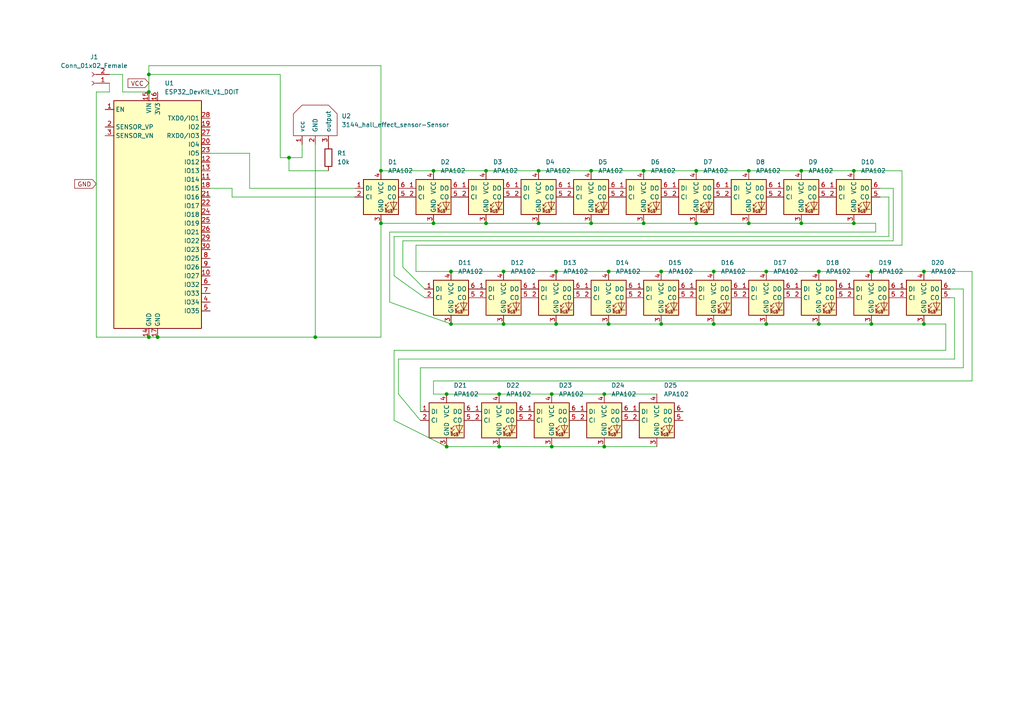
<source format=kicad_sch>
(kicad_sch (version 20211123) (generator eeschema)
  (paper "A4")
  (lib_symbols
    (symbol "Connector:Conn_01x02_Female" (pin_names (offset 1.016) hide)
      (property "Reference" "J" (at 0 2.54 0))
      (property "Value" "Conn_01x02_Female" (at 0 -5.08 0))
      (symbol "Conn_01x02_Female_1_1"
        (arc (start 0 -2.032) (mid -0.508 -2.54) (end 0 -3.048) (stroke (width 0.1524)))
        (polyline (pts (xy -1.27 -2.54) (xy -0.508 -2.54)) (stroke (width 0.1524)))
        (polyline (pts (xy -1.27 0) (xy -0.508 0)) (stroke (width 0.1524)))
        (arc (start 0 0.508) (mid -0.508 0) (end 0 -0.508) (stroke (width 0.1524)))
        (pin passive line (at -5.08 0 0) (length 3.81) (name "Pin_1") (number "1"))
        (pin passive line (at -5.08 -2.54 0) (length 3.81) (name "Pin_2") (number "2"))
      )
    )
    (symbol "Device:R" (pin_numbers hide) (pin_names (offset 0))
      (property "Reference" "R" (at 2.032 0 90))
      (property "Value" "R" (at 0 0 90))
      (symbol "R_0_1"
        (rectangle (start -1.016 -2.54) (end 1.016 2.54) (stroke (width 0.254)))
      )
      (symbol "R_1_1"
        (pin passive line (at 0 3.81 270) (length 1.27) (name "~") (number "1"))
        (pin passive line (at 0 -3.81 90) (length 1.27) (name "~") (number "2"))
      )
    )
    (symbol "LED:APA102"
      (property "Reference" "D" (at 5.08 5.715 0))
      (property "Value" "APA102" (at 1.27 -5.715 0))
      (symbol "APA102_0_0"
        (text "RGB" (at 2.286 -4.191 0) (effects (font (size 0.762 0.762))))
      )
      (symbol "APA102_0_1"
        (polyline (pts (xy 1.27 -3.556) (xy 1.778 -3.556)))
        (polyline (pts (xy 1.27 -2.54) (xy 1.778 -2.54)))
        (polyline (pts (xy 4.699 -3.556) (xy 2.667 -3.556)))
        (polyline (pts (xy 2.286 -2.54) (xy 1.27 -3.556) (xy 1.27 -3.048)))
        (polyline (pts (xy 2.286 -1.524) (xy 1.27 -2.54) (xy 1.27 -2.032)))
        (polyline (pts (xy 3.683 -1.016) (xy 3.683 -3.556) (xy 3.683 -4.064)))
        (polyline (pts (xy 4.699 -1.524) (xy 2.667 -1.524) (xy 3.683 -3.556) (xy 4.699 -1.524)))
        (rectangle (start 5.08 5.08) (end -5.08 -5.08) (stroke (width 0.254)) (fill (type background)))
      )
      (symbol "APA102_1_1"
        (pin input line (at -7.62 2.54 0) (length 2.54) (name "DI") (number "1"))
        (pin input line (at -7.62 0 0) (length 2.54) (name "CI") (number "2"))
        (pin power_in line (at 0 -7.62 90) (length 2.54) (name "GND") (number "3"))
        (pin power_in line (at 0 7.62 270) (length 2.54) (name "VCC") (number "4"))
        (pin output line (at 7.62 0 180) (length 2.54) (name "CO") (number "5"))
        (pin output line (at 7.62 2.54 180) (length 2.54) (name "DO") (number "6"))
      )
    )
    (symbol "esp32_devkit:ESP32_DevKit_V1_DOIT"
      (property "Reference" "U" (at -11.43 34.29 0))
      (property "Value" "ESP32_DevKit_V1_DOIT" (at 11.43 34.29 0))
      (symbol "ESP32_DevKit_V1_DOIT_1_1"
        (rectangle (start -12.7 33.02) (end 12.7 -33.02) (stroke (width 0.254)) (fill (type background)))
        (pin input line (at -15.24 30.48 0) (length 2.54) (name "EN") (number "1"))
        (pin bidirectional line (at 15.24 -17.78 180) (length 2.54) (name "IO27") (number "10"))
        (pin bidirectional line (at 15.24 10.16 180) (length 2.54) (name "IO14") (number "11"))
        (pin bidirectional line (at 15.24 15.24 180) (length 2.54) (name "IO12") (number "12"))
        (pin bidirectional line (at 15.24 12.7 180) (length 2.54) (name "IO13") (number "13"))
        (pin power_in line (at -2.54 -35.56 90) (length 2.54) (name "GND") (number "14"))
        (pin power_in line (at -2.54 35.56 270) (length 2.54) (name "VIN") (number "15"))
        (pin power_in line (at 0 35.56 270) (length 2.54) (name "3V3") (number "16"))
        (pin power_in line (at 0 -35.56 90) (length 2.54) (name "GND") (number "17"))
        (pin bidirectional line (at 15.24 7.62 180) (length 2.54) (name "IO15") (number "18"))
        (pin bidirectional line (at 15.24 25.4 180) (length 2.54) (name "IO2") (number "19"))
        (pin input line (at -15.24 25.4 0) (length 2.54) (name "SENSOR_VP") (number "2"))
        (pin bidirectional line (at 15.24 20.32 180) (length 2.54) (name "IO4") (number "20"))
        (pin bidirectional line (at 15.24 5.08 180) (length 2.54) (name "IO16") (number "21"))
        (pin bidirectional line (at 15.24 2.54 180) (length 2.54) (name "IO17") (number "22"))
        (pin bidirectional line (at 15.24 17.78 180) (length 2.54) (name "IO5") (number "23"))
        (pin bidirectional line (at 15.24 0 180) (length 2.54) (name "IO18") (number "24"))
        (pin bidirectional line (at 15.24 -2.54 180) (length 2.54) (name "IO19") (number "25"))
        (pin bidirectional line (at 15.24 -5.08 180) (length 2.54) (name "IO21") (number "26"))
        (pin bidirectional line (at 15.24 22.86 180) (length 2.54) (name "RXD0/IO3") (number "27"))
        (pin bidirectional line (at 15.24 27.94 180) (length 2.54) (name "TXD0/IO1") (number "28"))
        (pin bidirectional line (at 15.24 -7.62 180) (length 2.54) (name "IO22") (number "29"))
        (pin input line (at -15.24 22.86 0) (length 2.54) (name "SENSOR_VN") (number "3"))
        (pin bidirectional line (at 15.24 -10.16 180) (length 2.54) (name "IO23") (number "30"))
        (pin input line (at 15.24 -25.4 180) (length 2.54) (name "IO34") (number "4"))
        (pin input line (at 15.24 -27.94 180) (length 2.54) (name "IO35") (number "5"))
        (pin bidirectional line (at 15.24 -20.32 180) (length 2.54) (name "IO32") (number "6"))
        (pin bidirectional line (at 15.24 -22.86 180) (length 2.54) (name "IO33") (number "7"))
        (pin bidirectional line (at 15.24 -12.7 180) (length 2.54) (name "IO25") (number "8"))
        (pin bidirectional line (at 15.24 -15.24 180) (length 2.54) (name "IO26") (number "9"))
      )
    )
    (symbol "fan pcb:3144_hall_effect_sensor-Sensor" (pin_names (offset 1.016))
      (property "Reference" "U" (at 0 0 0))
      (property "Value" "3144_hall_effect_sensor-Sensor" (at 0 0 0))
      (symbol "3144_hall_effect_sensor-Sensor_0_1"
        (polyline (pts (xy -8.89 -11.43) (xy 3.81 -11.43) (xy 3.81 -5.08) (xy 1.27 -2.54) (xy -6.35 -2.54) (xy -8.89 -5.08) (xy -8.89 -11.43)))
      )
      (symbol "3144_hall_effect_sensor-Sensor_1_1"
        (pin input line (at -6.35 -13.97 90) (length 2.54) (name "vcc") (number "1"))
        (pin input line (at -2.54 -13.97 90) (length 2.54) (name "GND") (number "2"))
        (pin output line (at 1.27 -13.97 90) (length 2.54) (name "output") (number "3"))
      )
    )
  )
  (junction (at 144.78 114.3))
  (junction (at 267.97 93.98))
  (junction (at 175.26 129.54))
  (junction (at 125.73 64.77))
  (junction (at 267.97 78.74))
  (junction (at 156.21 64.77))
  (junction (at 252.73 78.74))
  (junction (at 222.25 93.98))
  (junction (at 222.25 78.74))
  (junction (at 201.93 49.53))
  (junction (at 146.05 93.98))
  (junction (at 129.54 114.3))
  (junction (at 186.69 64.77))
  (junction (at 171.45 49.53))
  (junction (at 207.01 93.98))
  (junction (at 161.29 78.74))
  (junction (at 237.49 78.74))
  (junction (at 161.29 93.98))
  (junction (at 45.72 97.79))
  (junction (at 43.18 97.79))
  (junction (at 160.02 114.3))
  (junction (at 191.77 78.74))
  (junction (at 130.81 93.98))
  (junction (at 232.41 49.53))
  (junction (at 252.73 93.98))
  (junction (at 144.78 129.54))
  (junction (at 171.45 64.77))
  (junction (at 201.93 64.77))
  (junction (at 176.53 78.74))
  (junction (at 237.49 93.98))
  (junction (at 43.18 21.59))
  (junction (at 83.82 45.72))
  (junction (at 129.54 129.54))
  (junction (at 186.69 49.53))
  (junction (at 91.44 97.79))
  (junction (at 247.65 64.77))
  (junction (at 207.01 78.74))
  (junction (at 191.77 93.98))
  (junction (at 110.49 49.53))
  (junction (at 176.53 93.98))
  (junction (at 140.97 49.53))
  (junction (at 125.73 49.53))
  (junction (at 247.65 49.53))
  (junction (at 217.17 49.53))
  (junction (at 110.49 64.77))
  (junction (at 43.18 26.67))
  (junction (at 175.26 114.3))
  (junction (at 140.97 64.77))
  (junction (at 217.17 64.77))
  (junction (at 232.41 64.77))
  (junction (at 160.02 129.54))
  (junction (at 146.05 78.74))
  (junction (at 130.81 78.74))
  (junction (at 156.21 49.53))
  (wire (pts (xy 121.92 106.68) (xy 121.92 119.38)))
  (wire (pts (xy 257.81 57.15) (xy 257.81 68.58)))
  (wire (pts (xy 279.4 106.68) (xy 121.92 106.68)))
  (wire (pts (xy 161.29 78.74) (xy 176.53 78.74)))
  (wire (pts (xy 176.53 78.74) (xy 191.77 78.74)))
  (wire (pts (xy 171.45 49.53) (xy 156.21 49.53)))
  (wire (pts (xy 87.63 45.72) (xy 87.63 41.91)))
  (wire (pts (xy 130.81 93.98) (xy 146.05 93.98)))
  (wire (pts (xy 232.41 49.53) (xy 217.17 49.53)))
  (wire (pts (xy 116.84 77.47) (xy 123.19 83.82)))
  (wire (pts (xy 274.32 93.98) (xy 274.32 101.6)))
  (wire (pts (xy 113.03 87.63) (xy 130.81 93.98)))
  (wire (pts (xy 114.3 80.01) (xy 123.19 86.36)))
  (wire (pts (xy 222.25 93.98) (xy 237.49 93.98)))
  (wire (pts (xy 255.27 57.15) (xy 257.81 57.15)))
  (wire (pts (xy 252.73 93.98) (xy 267.97 93.98)))
  (wire (pts (xy 129.54 114.3) (xy 144.78 114.3)))
  (wire (pts (xy 274.32 101.6) (xy 114.3 101.6)))
  (wire (pts (xy 110.49 19.05) (xy 110.49 49.53)))
  (wire (pts (xy 281.94 110.49) (xy 125.73 110.49)))
  (wire (pts (xy 115.57 104.14) (xy 115.57 114.3)))
  (wire (pts (xy 275.59 86.36) (xy 276.86 86.36)))
  (wire (pts (xy 217.17 49.53) (xy 201.93 49.53)))
  (wire (pts (xy 125.73 49.53) (xy 110.49 49.53)))
  (wire (pts (xy 43.18 21.59) (xy 81.28 21.59)))
  (wire (pts (xy 247.65 64.77) (xy 254 64.77)))
  (wire (pts (xy 161.29 93.98) (xy 176.53 93.98)))
  (wire (pts (xy 110.49 63.5) (xy 110.49 64.77)))
  (wire (pts (xy 156.21 64.77) (xy 140.97 64.77)))
  (wire (pts (xy 276.86 104.14) (xy 115.57 104.14)))
  (wire (pts (xy 281.94 78.74) (xy 281.94 110.49)))
  (wire (pts (xy 91.44 41.91) (xy 91.44 97.79)))
  (wire (pts (xy 67.31 57.15) (xy 102.87 57.15)))
  (wire (pts (xy 31.75 21.59) (xy 35.56 21.59)))
  (wire (pts (xy 257.81 68.58) (xy 114.3 68.58)))
  (wire (pts (xy 259.08 69.85) (xy 116.84 69.85)))
  (wire (pts (xy 156.21 49.53) (xy 140.97 49.53)))
  (wire (pts (xy 146.05 78.74) (xy 161.29 78.74)))
  (wire (pts (xy 129.54 129.54) (xy 144.78 129.54)))
  (wire (pts (xy 31.75 26.67) (xy 31.75 24.13)))
  (wire (pts (xy 120.65 71.12) (xy 120.65 78.74)))
  (wire (pts (xy 35.56 26.67) (xy 43.18 26.67)))
  (wire (pts (xy 114.3 101.6) (xy 114.3 121.92)))
  (wire (pts (xy 175.26 129.54) (xy 190.5 129.54)))
  (wire (pts (xy 191.77 93.98) (xy 207.01 93.98)))
  (wire (pts (xy 254 64.77) (xy 254 67.31)))
  (wire (pts (xy 201.93 64.77) (xy 186.69 64.77)))
  (wire (pts (xy 186.69 64.77) (xy 171.45 64.77)))
  (wire (pts (xy 255.27 54.61) (xy 259.08 54.61)))
  (wire (pts (xy 91.44 97.79) (xy 110.49 97.79)))
  (wire (pts (xy 113.03 67.31) (xy 113.03 87.63)))
  (wire (pts (xy 261.62 71.12) (xy 120.65 71.12)))
  (wire (pts (xy 140.97 64.77) (xy 125.73 64.77)))
  (wire (pts (xy 115.57 114.3) (xy 121.92 121.92)))
  (wire (pts (xy 144.78 114.3) (xy 160.02 114.3)))
  (wire (pts (xy 171.45 64.77) (xy 156.21 64.77)))
  (wire (pts (xy 186.69 49.53) (xy 171.45 49.53)))
  (wire (pts (xy 201.93 49.53) (xy 186.69 49.53)))
  (wire (pts (xy 60.96 44.45) (xy 72.39 44.45)))
  (wire (pts (xy 237.49 78.74) (xy 252.73 78.74)))
  (wire (pts (xy 175.26 114.3) (xy 190.5 114.3)))
  (wire (pts (xy 114.3 68.58) (xy 114.3 80.01)))
  (wire (pts (xy 140.97 49.53) (xy 125.73 49.53)))
  (wire (pts (xy 35.56 21.59) (xy 35.56 26.67)))
  (wire (pts (xy 144.78 129.54) (xy 160.02 129.54)))
  (wire (pts (xy 191.77 78.74) (xy 207.01 78.74)))
  (wire (pts (xy 247.65 64.77) (xy 232.41 64.77)))
  (wire (pts (xy 27.94 26.67) (xy 31.75 26.67)))
  (wire (pts (xy 237.49 93.98) (xy 252.73 93.98)))
  (wire (pts (xy 27.94 97.79) (xy 27.94 26.67)))
  (wire (pts (xy 125.73 64.77) (xy 110.49 64.77)))
  (wire (pts (xy 43.18 97.79) (xy 27.94 97.79)))
  (wire (pts (xy 43.18 97.79) (xy 45.72 97.79)))
  (wire (pts (xy 176.53 93.98) (xy 191.77 93.98)))
  (wire (pts (xy 43.18 19.05) (xy 43.18 21.59)))
  (wire (pts (xy 81.28 45.72) (xy 83.82 45.72)))
  (wire (pts (xy 114.3 121.92) (xy 129.54 129.54)))
  (wire (pts (xy 160.02 114.3) (xy 175.26 114.3)))
  (wire (pts (xy 279.4 83.82) (xy 279.4 106.68)))
  (wire (pts (xy 207.01 93.98) (xy 222.25 93.98)))
  (wire (pts (xy 252.73 78.74) (xy 267.97 78.74)))
  (wire (pts (xy 222.25 78.74) (xy 237.49 78.74)))
  (wire (pts (xy 261.62 49.53) (xy 261.62 71.12)))
  (wire (pts (xy 125.73 114.3) (xy 129.54 114.3)))
  (wire (pts (xy 232.41 64.77) (xy 217.17 64.77)))
  (wire (pts (xy 81.28 21.59) (xy 81.28 45.72)))
  (wire (pts (xy 247.65 49.53) (xy 261.62 49.53)))
  (wire (pts (xy 254 67.31) (xy 113.03 67.31)))
  (wire (pts (xy 95.25 49.53) (xy 83.82 49.53)))
  (wire (pts (xy 72.39 54.61) (xy 102.87 54.61)))
  (wire (pts (xy 276.86 86.36) (xy 276.86 104.14)))
  (wire (pts (xy 267.97 93.98) (xy 274.32 93.98)))
  (wire (pts (xy 83.82 49.53) (xy 83.82 45.72)))
  (wire (pts (xy 146.05 93.98) (xy 161.29 93.98)))
  (wire (pts (xy 217.17 64.77) (xy 201.93 64.77)))
  (wire (pts (xy 275.59 83.82) (xy 279.4 83.82)))
  (wire (pts (xy 43.18 19.05) (xy 110.49 19.05)))
  (wire (pts (xy 247.65 49.53) (xy 232.41 49.53)))
  (wire (pts (xy 259.08 54.61) (xy 259.08 69.85)))
  (wire (pts (xy 116.84 69.85) (xy 116.84 77.47)))
  (wire (pts (xy 125.73 110.49) (xy 125.73 114.3)))
  (wire (pts (xy 45.72 97.79) (xy 91.44 97.79)))
  (wire (pts (xy 130.81 78.74) (xy 146.05 78.74)))
  (wire (pts (xy 267.97 78.74) (xy 281.94 78.74)))
  (wire (pts (xy 43.18 21.59) (xy 43.18 26.67)))
  (wire (pts (xy 160.02 129.54) (xy 175.26 129.54)))
  (wire (pts (xy 110.49 64.77) (xy 110.49 97.79)))
  (wire (pts (xy 72.39 44.45) (xy 72.39 54.61)))
  (wire (pts (xy 120.65 78.74) (xy 130.81 78.74)))
  (wire (pts (xy 207.01 78.74) (xy 222.25 78.74)))
  (wire (pts (xy 60.96 54.61) (xy 67.31 54.61)))
  (wire (pts (xy 67.31 54.61) (xy 67.31 57.15)))
  (wire (pts (xy 83.82 45.72) (xy 87.63 45.72)))
  (global_label "VCC" (shape input) (at 43.18 24.13 180) (property "Intersheet References" "${INTERSHEET_REFS}" (effects hide)))
  (global_label "GND" (shape input) (at 27.94 53.34 180) (property "Intersheet References" "${INTERSHEET_REFS}" (effects hide)))
  (symbol (lib_id "LED:APA102") (at 175.26 121.92 0) (unit 1)
    (property "Reference" "D24" (at 177.2794 111.76 0) (effects (justify left)))
    (property "Value" "APA102" (at 177.2794 114.3 0) (effects (justify left)))
    (property "Footprint" "LED_SMD:LED_RGB_5050-6" (effects hide))
    (property "Datasheet" "http://www.led-color.com/upload/201506/APA102%20LED.pdf" (effects hide))
  )
  (symbol (lib_id "LED:APA102") (at 247.65 57.15 0) (unit 1)
    (property "Reference" "D10" (at 249.6694 46.99 0) (effects (justify left)))
    (property "Value" "APA102" (at 249.6694 49.53 0) (effects (justify left)))
    (property "Footprint" "LED_SMD:LED_RGB_5050-6" (effects hide))
    (property "Datasheet" "http://www.led-color.com/upload/201506/APA102%20LED.pdf" (effects hide))
  )
  (symbol (lib_id "Device:R") (at 95.25 45.72 0) (unit 1)
    (property "Reference" "R1" (at 97.79 44.4499 0) (effects (justify left)))
    (property "Value" "10k" (at 97.79 46.9899 0) (effects (justify left)))
    (property "Footprint" "Resistor_SMD:R_0603_1608Metric" (effects hide))
  )
  (symbol (lib_id "LED:APA102") (at 110.49 57.15 0) (unit 1)
    (property "Reference" "D1" (at 112.5094 46.99 0) (effects (justify left)))
    (property "Value" "APA102" (at 112.5094 49.53 0) (effects (justify left)))
    (property "Footprint" "LED_SMD:LED_RGB_5050-6" (effects hide))
    (property "Datasheet" "http://www.led-color.com/upload/201506/APA102%20LED.pdf" (effects hide))
  )
  (symbol (lib_id "LED:APA102") (at 190.5 121.92 0) (unit 1)
    (property "Reference" "D25" (at 192.5194 111.76 0) (effects (justify left)))
    (property "Value" "APA102" (at 192.5194 114.3 0) (effects (justify left)))
    (property "Footprint" "LED_SMD:LED_RGB_5050-6" (effects hide))
    (property "Datasheet" "http://www.led-color.com/upload/201506/APA102%20LED.pdf" (effects hide))
  )
  (symbol (lib_id "LED:APA102") (at 252.73 86.36 0) (unit 1)
    (property "Reference" "D19" (at 254.7494 76.2 0) (effects (justify left)))
    (property "Value" "APA102" (at 254.7494 78.74 0) (effects (justify left)))
    (property "Footprint" "LED_SMD:LED_RGB_5050-6" (effects hide))
    (property "Datasheet" "http://www.led-color.com/upload/201506/APA102%20LED.pdf" (effects hide))
  )
  (symbol (lib_id "LED:APA102") (at 237.49 86.36 0) (unit 1)
    (property "Reference" "D18" (at 239.5094 76.2 0) (effects (justify left)))
    (property "Value" "APA102" (at 239.5094 78.74 0) (effects (justify left)))
    (property "Footprint" "LED_SMD:LED_RGB_5050-6" (effects hide))
    (property "Datasheet" "http://www.led-color.com/upload/201506/APA102%20LED.pdf" (effects hide))
  )
  (symbol (lib_id "LED:APA102") (at 156.21 57.15 0) (unit 1)
    (property "Reference" "D4" (at 158.2294 46.99 0) (effects (justify left)))
    (property "Value" "APA102" (at 158.2294 49.53 0) (effects (justify left)))
    (property "Footprint" "LED_SMD:LED_RGB_5050-6" (effects hide))
    (property "Datasheet" "http://www.led-color.com/upload/201506/APA102%20LED.pdf" (effects hide))
  )
  (symbol (lib_id "LED:APA102") (at 144.78 121.92 0) (unit 1)
    (property "Reference" "D22" (at 146.7994 111.76 0) (effects (justify left)))
    (property "Value" "APA102" (at 146.7994 114.3 0) (effects (justify left)))
    (property "Footprint" "LED_SMD:LED_RGB_5050-6" (effects hide))
    (property "Datasheet" "http://www.led-color.com/upload/201506/APA102%20LED.pdf" (effects hide))
  )
  (symbol (lib_id "LED:APA102") (at 176.53 86.36 0) (unit 1)
    (property "Reference" "D14" (at 178.5494 76.2 0) (effects (justify left)))
    (property "Value" "APA102" (at 178.5494 78.74 0) (effects (justify left)))
    (property "Footprint" "LED_SMD:LED_RGB_5050-6" (effects hide))
    (property "Datasheet" "http://www.led-color.com/upload/201506/APA102%20LED.pdf" (effects hide))
  )
  (symbol (lib_id "LED:APA102") (at 217.17 57.15 0) (unit 1)
    (property "Reference" "D8" (at 219.1894 46.99 0) (effects (justify left)))
    (property "Value" "APA102" (at 219.1894 49.53 0) (effects (justify left)))
    (property "Footprint" "LED_SMD:LED_RGB_5050-6" (effects hide))
    (property "Datasheet" "http://www.led-color.com/upload/201506/APA102%20LED.pdf" (effects hide))
  )
  (symbol (lib_id "LED:APA102") (at 130.81 86.36 0) (unit 1)
    (property "Reference" "D11" (at 132.8294 76.2 0) (effects (justify left)))
    (property "Value" "APA102" (at 132.8294 78.74 0) (effects (justify left)))
    (property "Footprint" "LED_SMD:LED_RGB_5050-6" (effects hide))
    (property "Datasheet" "http://www.led-color.com/upload/201506/APA102%20LED.pdf" (effects hide))
  )
  (symbol (lib_id "LED:APA102") (at 232.41 57.15 0) (unit 1)
    (property "Reference" "D9" (at 234.4294 46.99 0) (effects (justify left)))
    (property "Value" "APA102" (at 234.4294 49.53 0) (effects (justify left)))
    (property "Footprint" "LED_SMD:LED_RGB_5050-6" (effects hide))
    (property "Datasheet" "http://www.led-color.com/upload/201506/APA102%20LED.pdf" (effects hide))
  )
  (symbol (lib_id "LED:APA102") (at 129.54 121.92 0) (unit 1)
    (property "Reference" "D21" (at 131.5594 111.76 0) (effects (justify left)))
    (property "Value" "APA102" (at 131.5594 114.3 0) (effects (justify left)))
    (property "Footprint" "LED_SMD:LED_RGB_5050-6" (effects hide))
    (property "Datasheet" "http://www.led-color.com/upload/201506/APA102%20LED.pdf" (effects hide))
  )
  (symbol (lib_id "LED:APA102") (at 267.97 86.36 0) (unit 1)
    (property "Reference" "D20" (at 269.9894 76.2 0) (effects (justify left)))
    (property "Value" "APA102" (at 269.9894 78.74 0) (effects (justify left)))
    (property "Footprint" "LED_SMD:LED_RGB_5050-6" (effects hide))
    (property "Datasheet" "http://www.led-color.com/upload/201506/APA102%20LED.pdf" (effects hide))
  )
  (symbol (lib_id "esp32_devkit:ESP32_DevKit_V1_DOIT") (at 45.72 62.23 0) (unit 1)
    (property "Reference" "U1" (at 47.7394 24.13 0) (effects (justify left)))
    (property "Value" "ESP32_DevKit_V1_DOIT" (at 47.7394 26.67 0) (effects (justify left)))
    (property "Footprint" "ESP32_DevKit_V1_DOIT:esp32_devkit_v1_doit" (effects hide))
    (property "Datasheet" "https://aliexpress.com/item/32864722159.html" (effects hide))
  )
  (symbol (lib_id "LED:APA102") (at 146.05 86.36 0) (unit 1)
    (property "Reference" "D12" (at 148.0694 76.2 0) (effects (justify left)))
    (property "Value" "APA102" (at 148.0694 78.74 0) (effects (justify left)))
    (property "Footprint" "LED_SMD:LED_RGB_5050-6" (effects hide))
    (property "Datasheet" "http://www.led-color.com/upload/201506/APA102%20LED.pdf" (effects hide))
  )
  (symbol (lib_id "LED:APA102") (at 125.73 57.15 0) (unit 1)
    (property "Reference" "D2" (at 127.7494 46.99 0) (effects (justify left)))
    (property "Value" "APA102" (at 127.7494 49.53 0) (effects (justify left)))
    (property "Footprint" "LED_SMD:LED_RGB_5050-6" (effects hide))
    (property "Datasheet" "http://www.led-color.com/upload/201506/APA102%20LED.pdf" (effects hide))
  )
  (symbol (lib_id "LED:APA102") (at 171.45 57.15 0) (unit 1)
    (property "Reference" "D5" (at 173.4694 46.99 0) (effects (justify left)))
    (property "Value" "APA102" (at 173.4694 49.53 0) (effects (justify left)))
    (property "Footprint" "LED_SMD:LED_RGB_5050-6" (effects hide))
    (property "Datasheet" "http://www.led-color.com/upload/201506/APA102%20LED.pdf" (effects hide))
  )
  (symbol (lib_id "LED:APA102") (at 201.93 57.15 0) (unit 1)
    (property "Reference" "D7" (at 203.9494 46.99 0) (effects (justify left)))
    (property "Value" "APA102" (at 203.9494 49.53 0) (effects (justify left)))
    (property "Footprint" "LED_SMD:LED_RGB_5050-6" (effects hide))
    (property "Datasheet" "http://www.led-color.com/upload/201506/APA102%20LED.pdf" (effects hide))
  )
  (symbol (lib_id "fan pcb:3144_hall_effect_sensor-Sensor") (at 93.98 27.94 0) (unit 1)
    (property "Reference" "U2" (at 99.06 33.6549 0) (effects (justify left)))
    (property "Value" "3144_hall_effect_sensor-Sensor" (at 99.06 36.1949 0) (effects (justify left)))
    (property "Footprint" "Package_TO_SOT_THT:TO-92Flat" (effects hide))
  )
  (symbol (lib_id "LED:APA102") (at 161.29 86.36 0) (unit 1)
    (property "Reference" "D13" (at 163.3094 76.2 0) (effects (justify left)))
    (property "Value" "APA102" (at 163.3094 78.74 0) (effects (justify left)))
    (property "Footprint" "LED_SMD:LED_RGB_5050-6" (effects hide))
    (property "Datasheet" "http://www.led-color.com/upload/201506/APA102%20LED.pdf" (effects hide))
  )
  (symbol (lib_id "LED:APA102") (at 222.25 86.36 0) (unit 1)
    (property "Reference" "D17" (at 224.2694 76.2 0) (effects (justify left)))
    (property "Value" "APA102" (at 224.2694 78.74 0) (effects (justify left)))
    (property "Footprint" "LED_SMD:LED_RGB_5050-6" (effects hide))
    (property "Datasheet" "http://www.led-color.com/upload/201506/APA102%20LED.pdf" (effects hide))
  )
  (symbol (lib_id "LED:APA102") (at 186.69 57.15 0) (unit 1)
    (property "Reference" "D6" (at 188.7094 46.99 0) (effects (justify left)))
    (property "Value" "APA102" (at 188.7094 49.53 0) (effects (justify left)))
    (property "Footprint" "LED_SMD:LED_RGB_5050-6" (effects hide))
    (property "Datasheet" "http://www.led-color.com/upload/201506/APA102%20LED.pdf" (effects hide))
  )
  (symbol (lib_id "LED:APA102") (at 160.02 121.92 0) (unit 1)
    (property "Reference" "D23" (at 162.0394 111.76 0) (effects (justify left)))
    (property "Value" "APA102" (at 162.0394 114.3 0) (effects (justify left)))
    (property "Footprint" "LED_SMD:LED_RGB_5050-6" (effects hide))
    (property "Datasheet" "http://www.led-color.com/upload/201506/APA102%20LED.pdf" (effects hide))
  )
  (symbol (lib_id "Connector:Conn_01x02_Female") (at 26.67 24.13 180) (unit 1)
    (property "Reference" "J1" (at 27.305 16.51 0))
    (property "Value" "Conn_01x02_Female" (at 27.305 19.05 0))
    (property "Footprint" "Connector_PinHeader_2.54mm:PinHeader_1x02_P2.54mm_Vertical" (effects hide))
  )
  (symbol (lib_id "LED:APA102") (at 140.97 57.15 0) (unit 1)
    (property "Reference" "D3" (at 142.9894 46.99 0) (effects (justify left)))
    (property "Value" "APA102" (at 142.9894 49.53 0) (effects (justify left)))
    (property "Footprint" "LED_SMD:LED_RGB_5050-6" (effects hide))
    (property "Datasheet" "http://www.led-color.com/upload/201506/APA102%20LED.pdf" (effects hide))
  )
  (symbol (lib_id "LED:APA102") (at 207.01 86.36 0) (unit 1)
    (property "Reference" "D16" (at 209.0294 76.2 0) (effects (justify left)))
    (property "Value" "APA102" (at 209.0294 78.74 0) (effects (justify left)))
    (property "Footprint" "LED_SMD:LED_RGB_5050-6" (effects hide))
    (property "Datasheet" "http://www.led-color.com/upload/201506/APA102%20LED.pdf" (effects hide))
  )
  (symbol (lib_id "LED:APA102") (at 191.77 86.36 0) (unit 1)
    (property "Reference" "D15" (at 193.7894 76.2 0) (effects (justify left)))
    (property "Value" "APA102" (at 193.7894 78.74 0) (effects (justify left)))
    (property "Footprint" "LED_SMD:LED_RGB_5050-6" (effects hide))
    (property "Datasheet" "http://www.led-color.com/upload/201506/APA102%20LED.pdf" (effects hide))
  )
)
</source>
